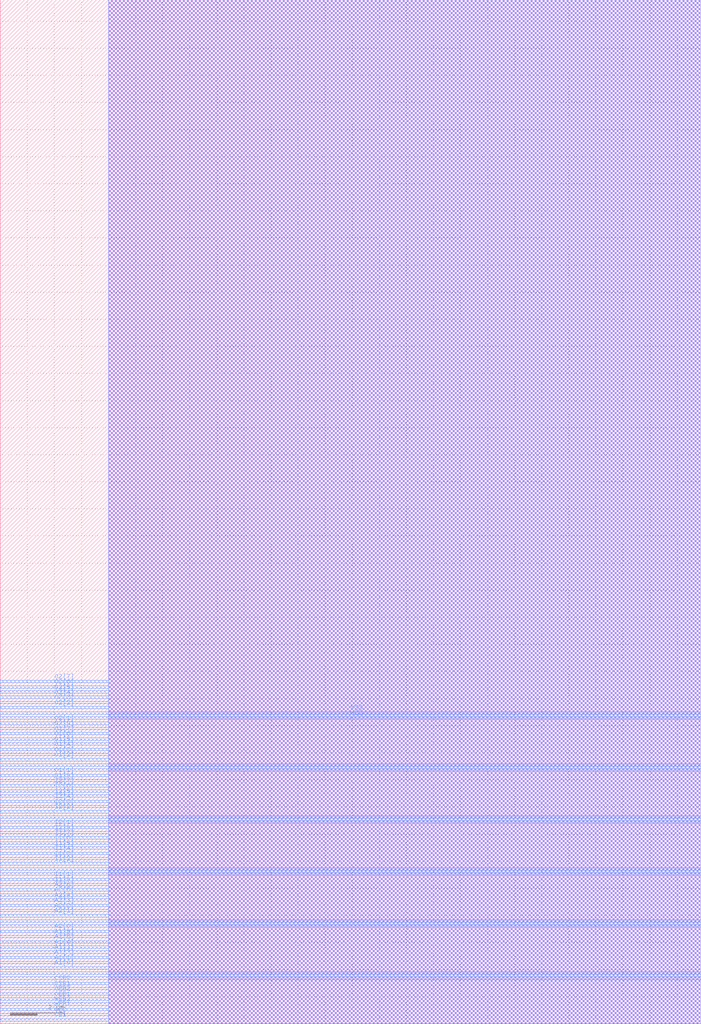
<source format=lef>
VERSION 5.6 ;
BUSBITCHARS "[]" ;
DIVIDERCHAR "/" ;

MACRO SRAM2RW128x8
  CLASS BLOCK ;
  ORIGIN 0 0 ;
  FOREIGN SRAM2RW128x8 0 0 ;
  SIZE 25.888 BY 37.784 ;
  SYMMETRY X Y ;
  SITE asap7sc7p5t ;
  PIN VDD
    DIRECTION INOUT ;
    USE POWER ;
    PORT 
      LAYER M4 ;
        RECT 0.0 1.632 25.888 1.728 ;
        RECT 0.0 3.552 25.888 3.648 ;
        RECT 0.0 5.472 25.888 5.568 ;
        RECT 0.0 7.392 25.888 7.488 ;
        RECT 0.0 9.312 25.888 9.408 ;
        RECT 0.0 11.232 25.888 11.328 ;
    END 
  END VDD
  PIN VSS
    DIRECTION INOUT ;
    USE GROUND ;
    PORT 
      LAYER M4 ;
        RECT 0.0 1.824 25.888 1.92 ;
        RECT 0.0 3.744 25.888 3.84 ;
        RECT 0.0 5.664 25.888 5.76 ;
        RECT 0.0 7.584 25.888 7.68 ;
        RECT 0.0 9.504 25.888 9.6 ;
        RECT 0.0 11.424 25.888 11.52 ;
    END 
  END VSS
  PIN CE1
    DIRECTION INPUT ;
    USE SIGNAL ;
    PORT 
      LAYER M4 ;
        RECT 0.0 0.096 4.0 0.192 ;
    END 
  END CE1
  PIN CE2
    DIRECTION INPUT ;
    USE SIGNAL ;
    PORT 
      LAYER M4 ;
        RECT 0.0 0.288 4.0 0.384 ;
    END 
  END CE2
  PIN WEB1
    DIRECTION INPUT ;
    USE SIGNAL ;
    PORT 
      LAYER M4 ;
        RECT 0.0 0.48 4.0 0.576 ;
    END 
  END WEB1
  PIN WEB2
    DIRECTION INPUT ;
    USE SIGNAL ;
    PORT 
      LAYER M4 ;
        RECT 0.0 0.672 4.0 0.768 ;
    END 
  END WEB2
  PIN OEB1
    DIRECTION INPUT ;
    USE SIGNAL ;
    PORT 
      LAYER M4 ;
        RECT 0.0 0.864 4.0 0.96 ;
    END 
  END OEB1
  PIN OEB2
    DIRECTION INPUT ;
    USE SIGNAL ;
    PORT 
      LAYER M4 ;
        RECT 0.0 1.056 4.0 1.152 ;
    END 
  END OEB2
  PIN CSB1
    DIRECTION INPUT ;
    USE SIGNAL ;
    PORT 
      LAYER M4 ;
        RECT 0.0 1.248 4.0 1.344 ;
    END 
  END CSB1
  PIN CSB2
    DIRECTION INPUT ;
    USE SIGNAL ;
    PORT 
      LAYER M4 ;
        RECT 0.0 1.44 4.0 1.536 ;
    END 
  END CSB2
  PIN A1[0]
    DIRECTION INPUT ;
    USE SIGNAL ;
    PORT 
      LAYER M4 ;
        RECT 0.0 2.016 4.0 2.112 ;
    END 
  END A1[0]
  PIN A1[1]
    DIRECTION INPUT ;
    USE SIGNAL ;
    PORT 
      LAYER M4 ;
        RECT 0.0 2.208 4.0 2.304 ;
    END 
  END A1[1]
  PIN A1[2]
    DIRECTION INPUT ;
    USE SIGNAL ;
    PORT 
      LAYER M4 ;
        RECT 0.0 2.4 4.0 2.496 ;
    END 
  END A1[2]
  PIN A1[3]
    DIRECTION INPUT ;
    USE SIGNAL ;
    PORT 
      LAYER M4 ;
        RECT 0.0 2.592 4.0 2.688 ;
    END 
  END A1[3]
  PIN A1[4]
    DIRECTION INPUT ;
    USE SIGNAL ;
    PORT 
      LAYER M4 ;
        RECT 0.0 2.784 4.0 2.88 ;
    END 
  END A1[4]
  PIN A1[5]
    DIRECTION INPUT ;
    USE SIGNAL ;
    PORT 
      LAYER M4 ;
        RECT 0.0 2.976 4.0 3.072 ;
    END 
  END A1[5]
  PIN A1[6]
    DIRECTION INPUT ;
    USE SIGNAL ;
    PORT 
      LAYER M4 ;
        RECT 0.0 3.168 4.0 3.264 ;
    END 
  END A1[6]
  PIN A2[0]
    DIRECTION INPUT ;
    USE SIGNAL ;
    PORT 
      LAYER M4 ;
        RECT 0.0 3.36 4.0 3.456 ;
    END 
  END A2[0]
  PIN A2[1]
    DIRECTION INPUT ;
    USE SIGNAL ;
    PORT 
      LAYER M4 ;
        RECT 0.0 3.936 4.0 4.032 ;
    END 
  END A2[1]
  PIN A2[2]
    DIRECTION INPUT ;
    USE SIGNAL ;
    PORT 
      LAYER M4 ;
        RECT 0.0 4.128 4.0 4.224 ;
    END 
  END A2[2]
  PIN A2[3]
    DIRECTION INPUT ;
    USE SIGNAL ;
    PORT 
      LAYER M4 ;
        RECT 0.0 4.32 4.0 4.416 ;
    END 
  END A2[3]
  PIN A2[4]
    DIRECTION INPUT ;
    USE SIGNAL ;
    PORT 
      LAYER M4 ;
        RECT 0.0 4.512 4.0 4.608 ;
    END 
  END A2[4]
  PIN A2[5]
    DIRECTION INPUT ;
    USE SIGNAL ;
    PORT 
      LAYER M4 ;
        RECT 0.0 4.704 4.0 4.8 ;
    END 
  END A2[5]
  PIN A2[6]
    DIRECTION INPUT ;
    USE SIGNAL ;
    PORT 
      LAYER M4 ;
        RECT 0.0 4.896 4.0 4.992 ;
    END 
  END A2[6]
  PIN I1[0]
    DIRECTION INPUT ;
    USE SIGNAL ;
    PORT 
      LAYER M4 ;
        RECT 0.0 5.088 4.0 5.184 ;
    END 
  END I1[0]
  PIN I1[1]
    DIRECTION INPUT ;
    USE SIGNAL ;
    PORT 
      LAYER M4 ;
        RECT 0.0 5.28 4.0 5.376 ;
    END 
  END I1[1]
  PIN I1[2]
    DIRECTION INPUT ;
    USE SIGNAL ;
    PORT 
      LAYER M4 ;
        RECT 0.0 5.856 4.0 5.952 ;
    END 
  END I1[2]
  PIN I1[3]
    DIRECTION INPUT ;
    USE SIGNAL ;
    PORT 
      LAYER M4 ;
        RECT 0.0 6.048 4.0 6.144 ;
    END 
  END I1[3]
  PIN I1[4]
    DIRECTION INPUT ;
    USE SIGNAL ;
    PORT 
      LAYER M4 ;
        RECT 0.0 6.24 4.0 6.336 ;
    END 
  END I1[4]
  PIN I1[5]
    DIRECTION INPUT ;
    USE SIGNAL ;
    PORT 
      LAYER M4 ;
        RECT 0.0 6.432 4.0 6.528 ;
    END 
  END I1[5]
  PIN I1[6]
    DIRECTION INPUT ;
    USE SIGNAL ;
    PORT 
      LAYER M4 ;
        RECT 0.0 6.624 4.0 6.72 ;
    END 
  END I1[6]
  PIN I1[7]
    DIRECTION INPUT ;
    USE SIGNAL ;
    PORT 
      LAYER M4 ;
        RECT 0.0 6.816 4.0 6.912 ;
    END 
  END I1[7]
  PIN I2[0]
    DIRECTION INPUT ;
    USE SIGNAL ;
    PORT 
      LAYER M4 ;
        RECT 0.0 7.008 4.0 7.104 ;
    END 
  END I2[0]
  PIN I2[1]
    DIRECTION INPUT ;
    USE SIGNAL ;
    PORT 
      LAYER M4 ;
        RECT 0.0 7.2 4.0 7.296 ;
    END 
  END I2[1]
  PIN I2[2]
    DIRECTION INPUT ;
    USE SIGNAL ;
    PORT 
      LAYER M4 ;
        RECT 0.0 7.776 4.0 7.872 ;
    END 
  END I2[2]
  PIN I2[3]
    DIRECTION INPUT ;
    USE SIGNAL ;
    PORT 
      LAYER M4 ;
        RECT 0.0 7.968 4.0 8.064 ;
    END 
  END I2[3]
  PIN I2[4]
    DIRECTION INPUT ;
    USE SIGNAL ;
    PORT 
      LAYER M4 ;
        RECT 0.0 8.16 4.0 8.256 ;
    END 
  END I2[4]
  PIN I2[5]
    DIRECTION INPUT ;
    USE SIGNAL ;
    PORT 
      LAYER M4 ;
        RECT 0.0 8.352 4.0 8.448 ;
    END 
  END I2[5]
  PIN I2[6]
    DIRECTION INPUT ;
    USE SIGNAL ;
    PORT 
      LAYER M4 ;
        RECT 0.0 8.544 4.0 8.64 ;
    END 
  END I2[6]
  PIN I2[7]
    DIRECTION INPUT ;
    USE SIGNAL ;
    PORT 
      LAYER M4 ;
        RECT 0.0 8.736 4.0 8.832 ;
    END 
  END I2[7]
  PIN O1[0]
    DIRECTION OUTPUT ;
    USE SIGNAL ;
    PORT 
      LAYER M4 ;
        RECT 0.0 8.928 4.0 9.024 ;
    END 
  END O1[0]
  PIN O1[1]
    DIRECTION OUTPUT ;
    USE SIGNAL ;
    PORT 
      LAYER M4 ;
        RECT 0.0 9.12 4.0 9.216 ;
    END 
  END O1[1]
  PIN O1[2]
    DIRECTION OUTPUT ;
    USE SIGNAL ;
    PORT 
      LAYER M4 ;
        RECT 0.0 9.696 4.0 9.792 ;
    END 
  END O1[2]
  PIN O1[3]
    DIRECTION OUTPUT ;
    USE SIGNAL ;
    PORT 
      LAYER M4 ;
        RECT 0.0 9.888 4.0 9.984 ;
    END 
  END O1[3]
  PIN O1[4]
    DIRECTION OUTPUT ;
    USE SIGNAL ;
    PORT 
      LAYER M4 ;
        RECT 0.0 10.08 4.0 10.176 ;
    END 
  END O1[4]
  PIN O1[5]
    DIRECTION OUTPUT ;
    USE SIGNAL ;
    PORT 
      LAYER M4 ;
        RECT 0.0 10.272 4.0 10.368 ;
    END 
  END O1[5]
  PIN O1[6]
    DIRECTION OUTPUT ;
    USE SIGNAL ;
    PORT 
      LAYER M4 ;
        RECT 0.0 10.464 4.0 10.56 ;
    END 
  END O1[6]
  PIN O1[7]
    DIRECTION OUTPUT ;
    USE SIGNAL ;
    PORT 
      LAYER M4 ;
        RECT 0.0 10.656 4.0 10.752 ;
    END 
  END O1[7]
  PIN O2[0]
    DIRECTION OUTPUT ;
    USE SIGNAL ;
    PORT 
      LAYER M4 ;
        RECT 0.0 10.848 4.0 10.944 ;
    END 
  END O2[0]
  PIN O2[1]
    DIRECTION OUTPUT ;
    USE SIGNAL ;
    PORT 
      LAYER M4 ;
        RECT 0.0 11.04 4.0 11.136 ;
    END 
  END O2[1]
  PIN O2[2]
    DIRECTION OUTPUT ;
    USE SIGNAL ;
    PORT 
      LAYER M4 ;
        RECT 0.0 11.616 4.0 11.712 ;
    END 
  END O2[2]
  PIN O2[3]
    DIRECTION OUTPUT ;
    USE SIGNAL ;
    PORT 
      LAYER M4 ;
        RECT 0.0 11.808 4.0 11.904 ;
    END 
  END O2[3]
  PIN O2[4]
    DIRECTION OUTPUT ;
    USE SIGNAL ;
    PORT 
      LAYER M4 ;
        RECT 0.0 12.0 4.0 12.096 ;
    END 
  END O2[4]
  PIN O2[5]
    DIRECTION OUTPUT ;
    USE SIGNAL ;
    PORT 
      LAYER M4 ;
        RECT 0.0 12.192 4.0 12.288 ;
    END 
  END O2[5]
  PIN O2[6]
    DIRECTION OUTPUT ;
    USE SIGNAL ;
    PORT 
      LAYER M4 ;
        RECT 0.0 12.384 4.0 12.48 ;
    END 
  END O2[6]
  PIN O2[7]
    DIRECTION OUTPUT ;
    USE SIGNAL ;
    PORT 
      LAYER M4 ;
        RECT 0.0 12.576 4.0 12.672 ;
    END 
  END O2[7]
  OBS 
    LAYER M1 ;
      RECT 4.0 0.0 25.888 37.784 ;
    LAYER M2 ;
      RECT 4.0 0.0 25.888 37.784 ;
    LAYER M3 ;
      RECT 4.0 0.0 25.888 37.784 ;
  END 
END SRAM2RW128x8

END LIBRARY
</source>
